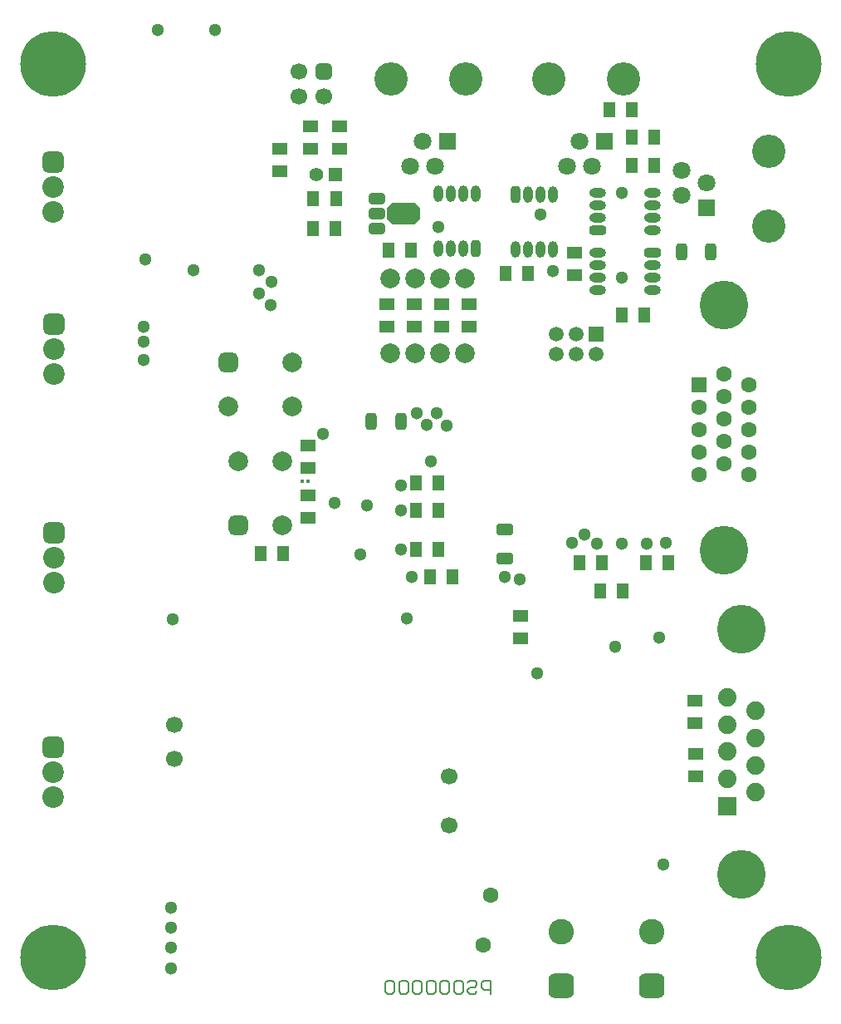
<source format=gbs>
G04 Layer_Color=16711935*
%FSLAX44Y44*%
%MOMM*%
G71*
G01*
G75*
%ADD33C,0.2000*%
%ADD45C,1.4000*%
%ADD47C,1.8000*%
%ADD50C,1.5000*%
%ADD51C,1.6000*%
%ADD58C,1.3000*%
%ADD71R,0.3000X0.3000*%
%ADD80R,1.5000X1.3000*%
%ADD81R,1.3000X1.5000*%
G04:AMPARAMS|DCode=82|XSize=1.2mm|YSize=1.72mm|CornerRadius=0.35mm|HoleSize=0mm|Usage=FLASHONLY|Rotation=270.000|XOffset=0mm|YOffset=0mm|HoleType=Round|Shape=RoundedRectangle|*
%AMROUNDEDRECTD82*
21,1,1.2000,1.0200,0,0,270.0*
21,1,0.5000,1.7200,0,0,270.0*
1,1,0.7000,-0.5100,-0.2500*
1,1,0.7000,-0.5100,0.2500*
1,1,0.7000,0.5100,0.2500*
1,1,0.7000,0.5100,-0.2500*
%
%ADD82ROUNDEDRECTD82*%
G04:AMPARAMS|DCode=95|XSize=1.2mm|YSize=1.72mm|CornerRadius=0.35mm|HoleSize=0mm|Usage=FLASHONLY|Rotation=180.000|XOffset=0mm|YOffset=0mm|HoleType=Round|Shape=RoundedRectangle|*
%AMROUNDEDRECTD95*
21,1,1.2000,1.0200,0,0,180.0*
21,1,0.5000,1.7200,0,0,180.0*
1,1,0.7000,-0.2500,0.5100*
1,1,0.7000,0.2500,0.5100*
1,1,0.7000,0.2500,-0.5100*
1,1,0.7000,-0.2500,-0.5100*
%
%ADD95ROUNDEDRECTD95*%
%ADD98O,1.7000X0.9600*%
G04:AMPARAMS|DCode=99|XSize=0.96mm|YSize=1.7mm|CornerRadius=0.29mm|HoleSize=0mm|Usage=FLASHONLY|Rotation=270.000|XOffset=0mm|YOffset=0mm|HoleType=Round|Shape=RoundedRectangle|*
%AMROUNDEDRECTD99*
21,1,0.9600,1.1200,0,0,270.0*
21,1,0.3800,1.7000,0,0,270.0*
1,1,0.5800,-0.5600,-0.1900*
1,1,0.5800,-0.5600,0.1900*
1,1,0.5800,0.5600,0.1900*
1,1,0.5800,0.5600,-0.1900*
%
%ADD99ROUNDEDRECTD99*%
%ADD100C,2.6000*%
G04:AMPARAMS|DCode=101|XSize=2.6mm|YSize=2.6mm|CornerRadius=0.7mm|HoleSize=0mm|Usage=FLASHONLY|Rotation=0.000|XOffset=0mm|YOffset=0mm|HoleType=Round|Shape=RoundedRectangle|*
%AMROUNDEDRECTD101*
21,1,2.6000,1.2000,0,0,0.0*
21,1,1.2000,2.6000,0,0,0.0*
1,1,1.4000,0.6000,-0.6000*
1,1,1.4000,-0.6000,-0.6000*
1,1,1.4000,-0.6000,0.6000*
1,1,1.4000,0.6000,0.6000*
%
%ADD101ROUNDEDRECTD101*%
%ADD102C,2.2000*%
G04:AMPARAMS|DCode=103|XSize=2.2mm|YSize=2.2mm|CornerRadius=0.6mm|HoleSize=0mm|Usage=FLASHONLY|Rotation=0.000|XOffset=0mm|YOffset=0mm|HoleType=Round|Shape=RoundedRectangle|*
%AMROUNDEDRECTD103*
21,1,2.2000,1.0000,0,0,0.0*
21,1,1.0000,2.2000,0,0,0.0*
1,1,1.2000,0.5000,-0.5000*
1,1,1.2000,-0.5000,-0.5000*
1,1,1.2000,-0.5000,0.5000*
1,1,1.2000,0.5000,0.5000*
%
%ADD103ROUNDEDRECTD103*%
G04:AMPARAMS|DCode=104|XSize=2mm|YSize=2mm|CornerRadius=0.55mm|HoleSize=0mm|Usage=FLASHONLY|Rotation=90.000|XOffset=0mm|YOffset=0mm|HoleType=Round|Shape=RoundedRectangle|*
%AMROUNDEDRECTD104*
21,1,2.0000,0.9000,0,0,90.0*
21,1,0.9000,2.0000,0,0,90.0*
1,1,1.1000,0.4500,0.4500*
1,1,1.1000,0.4500,-0.4500*
1,1,1.1000,-0.4500,-0.4500*
1,1,1.1000,-0.4500,0.4500*
%
%ADD104ROUNDEDRECTD104*%
%ADD105C,2.0000*%
G04:AMPARAMS|DCode=106|XSize=2mm|YSize=2mm|CornerRadius=0.55mm|HoleSize=0mm|Usage=FLASHONLY|Rotation=0.000|XOffset=0mm|YOffset=0mm|HoleType=Round|Shape=RoundedRectangle|*
%AMROUNDEDRECTD106*
21,1,2.0000,0.9000,0,0,0.0*
21,1,0.9000,2.0000,0,0,0.0*
1,1,1.1000,0.4500,-0.4500*
1,1,1.1000,-0.4500,-0.4500*
1,1,1.1000,-0.4500,0.4500*
1,1,1.1000,0.4500,0.4500*
%
%ADD106ROUNDEDRECTD106*%
G04:AMPARAMS|DCode=107|XSize=1.7mm|YSize=1.7mm|CornerRadius=0.475mm|HoleSize=0mm|Usage=FLASHONLY|Rotation=180.000|XOffset=0mm|YOffset=0mm|HoleType=Round|Shape=RoundedRectangle|*
%AMROUNDEDRECTD107*
21,1,1.7000,0.7500,0,0,180.0*
21,1,0.7500,1.7000,0,0,180.0*
1,1,0.9500,-0.3750,0.3750*
1,1,0.9500,0.3750,0.3750*
1,1,0.9500,0.3750,-0.3750*
1,1,0.9500,-0.3750,-0.3750*
%
%ADD107ROUNDEDRECTD107*%
%ADD108C,1.7000*%
%ADD109R,1.8000X1.8000*%
%ADD110C,3.4000*%
%ADD111R,1.4000X1.4000*%
%ADD112C,6.7000*%
%ADD113R,1.5000X1.5000*%
%ADD114C,1.8900*%
%ADD115R,1.8900X1.8900*%
%ADD116C,4.9600*%
%ADD117R,1.8000X1.8000*%
%ADD118C,1.6080*%
%ADD119R,1.6080X1.6080*%
G04:AMPARAMS|DCode=120|XSize=2.2mm|YSize=3.4mm|CornerRadius=0mm|HoleSize=0mm|Usage=FLASHONLY|Rotation=90.000|XOffset=0mm|YOffset=0mm|HoleType=Round|Shape=Octagon|*
%AMOCTAGOND120*
4,1,8,-1.7000,-0.5500,-1.7000,0.5500,-1.1500,1.1000,1.1500,1.1000,1.7000,0.5500,1.7000,-0.5500,1.1500,-1.1000,-1.1500,-1.1000,-1.7000,-0.5500,0.0*
%
%ADD120OCTAGOND120*%

G04:AMPARAMS|DCode=121|XSize=1.2mm|YSize=1.65mm|CornerRadius=0.35mm|HoleSize=0mm|Usage=FLASHONLY|Rotation=90.000|XOffset=0mm|YOffset=0mm|HoleType=Round|Shape=RoundedRectangle|*
%AMROUNDEDRECTD121*
21,1,1.2000,0.9500,0,0,90.0*
21,1,0.5000,1.6500,0,0,90.0*
1,1,0.7000,0.4750,0.2500*
1,1,0.7000,0.4750,-0.2500*
1,1,0.7000,-0.4750,-0.2500*
1,1,0.7000,-0.4750,0.2500*
%
%ADD121ROUNDEDRECTD121*%
G04:AMPARAMS|DCode=122|XSize=0.96mm|YSize=1.7mm|CornerRadius=0.29mm|HoleSize=0mm|Usage=FLASHONLY|Rotation=180.000|XOffset=0mm|YOffset=0mm|HoleType=Round|Shape=RoundedRectangle|*
%AMROUNDEDRECTD122*
21,1,0.9600,1.1200,0,0,180.0*
21,1,0.3800,1.7000,0,0,180.0*
1,1,0.5800,-0.1900,0.5600*
1,1,0.5800,0.1900,0.5600*
1,1,0.5800,0.1900,-0.5600*
1,1,0.5800,-0.1900,-0.5600*
%
%ADD122ROUNDEDRECTD122*%
%ADD123O,0.9600X1.7000*%
D33*
X1426250Y269750D02*
Y283745D01*
X1419252D01*
X1416920Y281413D01*
Y276748D01*
X1419252Y274415D01*
X1426250D01*
X1402924Y281413D02*
X1405257Y283745D01*
X1409922D01*
X1412254Y281413D01*
Y279080D01*
X1409922Y276748D01*
X1405257D01*
X1402924Y274415D01*
Y272083D01*
X1405257Y269750D01*
X1409922D01*
X1412254Y272083D01*
X1398259Y281413D02*
X1395927Y283745D01*
X1391261D01*
X1388929Y281413D01*
Y272083D01*
X1391261Y269750D01*
X1395927D01*
X1398259Y272083D01*
Y281413D01*
X1384264D02*
X1381931Y283745D01*
X1377266D01*
X1374933Y281413D01*
Y272083D01*
X1377266Y269750D01*
X1381931D01*
X1384264Y272083D01*
Y281413D01*
X1370268D02*
X1367935Y283745D01*
X1363270D01*
X1360938Y281413D01*
Y272083D01*
X1363270Y269750D01*
X1367935D01*
X1370268Y272083D01*
Y281413D01*
X1356273D02*
X1353940Y283745D01*
X1349275D01*
X1346942Y281413D01*
Y272083D01*
X1349275Y269750D01*
X1353940D01*
X1356273Y272083D01*
Y281413D01*
X1342277D02*
X1339945Y283745D01*
X1335279D01*
X1332947Y281413D01*
Y272083D01*
X1335279Y269750D01*
X1339945D01*
X1342277Y272083D01*
Y281413D01*
X1328282D02*
X1325949Y283745D01*
X1321284D01*
X1318951Y281413D01*
Y272083D01*
X1321284Y269750D01*
X1325949D01*
X1328282Y272083D01*
Y281413D01*
D45*
X1248222Y1105154D02*
D03*
D47*
X1504442Y1113536D02*
D03*
X1517142Y1138936D02*
D03*
X1529842Y1113536D02*
D03*
X1344168D02*
D03*
X1356868Y1138936D02*
D03*
X1369568Y1113536D02*
D03*
X1621028Y1083818D02*
D03*
X1646428Y1096518D02*
D03*
X1621028Y1109218D02*
D03*
D50*
X1493652Y921832D02*
D03*
Y941832D02*
D03*
X1513652Y921832D02*
D03*
Y941832D02*
D03*
X1533652Y921832D02*
D03*
D51*
X1418500Y319750D02*
D03*
X1426500Y370750D02*
D03*
D58*
X1489964Y1006602D02*
D03*
X1381238Y849108D02*
D03*
X1371600Y861540D02*
D03*
X1350772Y861798D02*
D03*
X1361238Y849578D02*
D03*
X1100328Y358140D02*
D03*
Y337566D02*
D03*
Y316992D02*
D03*
Y296418D02*
D03*
X1559814Y1086358D02*
D03*
X1560068Y999744D02*
D03*
X1477264Y1063752D02*
D03*
X1602232Y402336D02*
D03*
X1522476Y737870D02*
D03*
X1605026Y729488D02*
D03*
X1585976Y729234D02*
D03*
X1535176Y728980D02*
D03*
X1123188Y1007110D02*
D03*
X1072134Y950214D02*
D03*
Y915924D02*
D03*
Y934720D02*
D03*
X1189990Y983488D02*
D03*
X1190244Y1007110D02*
D03*
X1372870Y1051560D02*
D03*
X1341250Y653000D02*
D03*
X1300000Y767500D02*
D03*
X1365504Y812546D02*
D03*
X1509776Y729742D02*
D03*
X1598676Y633476D02*
D03*
X1560576Y728472D02*
D03*
X1440688Y695198D02*
D03*
X1456238Y692602D02*
D03*
X1346238Y694982D02*
D03*
X1335024Y762856D02*
D03*
X1334718Y787856D02*
D03*
X1334750Y722856D02*
D03*
X1086866Y1251712D02*
D03*
X1145540Y1251662D02*
D03*
X1102106Y651510D02*
D03*
X1255014Y840232D02*
D03*
X1266952Y770636D02*
D03*
X1074420Y1018032D02*
D03*
X1553500Y624250D02*
D03*
X1473750Y596750D02*
D03*
X1293856Y717856D02*
D03*
X1202500Y995426D02*
D03*
X1202250Y972058D02*
D03*
D71*
X1234146Y792432D02*
D03*
X1240396D02*
D03*
D80*
X1456500Y632250D02*
D03*
Y655250D02*
D03*
X1511554Y1025468D02*
D03*
Y1002468D02*
D03*
X1376426Y972890D02*
D03*
Y949890D02*
D03*
X1211072Y1107878D02*
D03*
Y1130878D02*
D03*
X1242568Y1130738D02*
D03*
Y1153738D02*
D03*
X1272286Y1130738D02*
D03*
Y1153738D02*
D03*
X1404112Y972890D02*
D03*
Y949890D02*
D03*
X1320800Y972890D02*
D03*
Y949890D02*
D03*
X1240536Y828618D02*
D03*
Y805618D02*
D03*
Y755072D02*
D03*
Y778072D02*
D03*
X1348740Y972890D02*
D03*
Y949890D02*
D03*
X1634998Y568776D02*
D03*
Y545776D02*
D03*
X1635252Y491420D02*
D03*
Y514420D02*
D03*
D81*
X1245500Y1080000D02*
D03*
X1268500Y1080000D02*
D03*
X1582744Y961898D02*
D03*
X1559744D02*
D03*
X1322508Y1027430D02*
D03*
X1345508D02*
D03*
X1547552Y1170432D02*
D03*
X1570552D02*
D03*
X1373194Y763016D02*
D03*
X1350194D02*
D03*
X1373448Y790702D02*
D03*
X1350448D02*
D03*
X1387164Y695198D02*
D03*
X1364164D02*
D03*
X1372940Y722884D02*
D03*
X1349940D02*
D03*
X1441634Y1004062D02*
D03*
X1464634D02*
D03*
X1245292Y1050036D02*
D03*
X1268292D02*
D03*
X1570412Y1113790D02*
D03*
X1593412D02*
D03*
X1538000Y680500D02*
D03*
X1561000D02*
D03*
X1593412Y1143000D02*
D03*
X1570412D02*
D03*
X1517072Y709168D02*
D03*
X1540072D02*
D03*
X1584636D02*
D03*
X1607636D02*
D03*
X1191698Y718566D02*
D03*
X1214698D02*
D03*
D82*
X1441196Y743472D02*
D03*
Y713472D02*
D03*
D95*
X1621000Y1026000D02*
D03*
X1651000D02*
D03*
X1334784Y853694D02*
D03*
X1304784D02*
D03*
D98*
X1535684Y1060958D02*
D03*
Y1073658D02*
D03*
Y1086358D02*
D03*
X1591564D02*
D03*
Y1073658D02*
D03*
Y1060958D02*
D03*
Y1048258D02*
D03*
Y1012698D02*
D03*
Y999998D02*
D03*
Y987298D02*
D03*
X1535684D02*
D03*
Y999998D02*
D03*
Y1012698D02*
D03*
Y1025398D02*
D03*
D99*
Y1048258D02*
D03*
X1591564Y1025398D02*
D03*
D100*
X1498092Y333638D02*
D03*
X1590548Y333638D02*
D03*
D101*
X1498092Y278638D02*
D03*
X1590548D02*
D03*
D102*
X980440Y495756D02*
D03*
Y470408D02*
D03*
X981202Y714196D02*
D03*
Y688848D02*
D03*
X980694Y927048D02*
D03*
Y901700D02*
D03*
X980440Y1092148D02*
D03*
Y1066800D02*
D03*
D103*
Y521104D02*
D03*
X981202Y739544D02*
D03*
X980694Y952396D02*
D03*
X980440Y1117496D02*
D03*
D104*
X1169268Y747788D02*
D03*
D105*
X1214268D02*
D03*
X1169268Y812788D02*
D03*
X1214268D02*
D03*
X1158760Y868532D02*
D03*
X1223760Y913532D02*
D03*
Y868532D02*
D03*
X1400556Y999236D02*
D03*
Y923036D02*
D03*
X1375156Y999236D02*
D03*
Y923036D02*
D03*
X1349756D02*
D03*
X1324356D02*
D03*
X1349756Y999236D02*
D03*
X1324356D02*
D03*
D106*
X1158760Y913532D02*
D03*
D107*
X1256030Y1209802D02*
D03*
D108*
X1230630Y1184402D02*
D03*
X1256030D02*
D03*
X1230630Y1209802D02*
D03*
X1384300Y441744D02*
D03*
Y491744D02*
D03*
X1103630Y509652D02*
D03*
X1103884Y544652D02*
D03*
D109*
X1542542Y1138936D02*
D03*
X1382268D02*
D03*
D110*
X1485392Y1202436D02*
D03*
X1561592D02*
D03*
X1325118D02*
D03*
X1401318D02*
D03*
X1709928Y1052068D02*
D03*
Y1128268D02*
D03*
D111*
X1268222Y1105154D02*
D03*
D112*
X980194Y307006D02*
D03*
X979940Y1216994D02*
D03*
X1730222Y307006D02*
D03*
X1730210Y1217060D02*
D03*
D113*
X1533652Y941832D02*
D03*
D114*
X1667784Y572290D02*
D03*
Y544590D02*
D03*
Y489190D02*
D03*
Y516890D02*
D03*
X1696184Y475340D02*
D03*
Y503040D02*
D03*
Y530740D02*
D03*
Y558440D02*
D03*
D115*
X1667784Y461490D02*
D03*
D116*
X1681984Y391940D02*
D03*
Y641840D02*
D03*
X1663954Y721868D02*
D03*
Y972058D02*
D03*
D117*
X1646428Y1071118D02*
D03*
D118*
X1689354Y798939D02*
D03*
Y821799D02*
D03*
Y844659D02*
D03*
Y867519D02*
D03*
Y890379D02*
D03*
X1663954Y810369D02*
D03*
Y833229D02*
D03*
Y856089D02*
D03*
Y878949D02*
D03*
Y901809D02*
D03*
X1638554Y798939D02*
D03*
Y821799D02*
D03*
Y844659D02*
D03*
Y867519D02*
D03*
D119*
Y890379D02*
D03*
D120*
X1337606Y1065022D02*
D03*
D121*
X1310106Y1080022D02*
D03*
Y1065022D02*
D03*
Y1050022D02*
D03*
D122*
X1451864Y1084326D02*
D03*
X1410970Y1029716D02*
D03*
D123*
X1464564Y1084326D02*
D03*
X1477264D02*
D03*
X1489964D02*
D03*
Y1028446D02*
D03*
X1477264D02*
D03*
X1464564D02*
D03*
X1451864D02*
D03*
X1398270Y1029716D02*
D03*
X1385570D02*
D03*
X1372870D02*
D03*
Y1085596D02*
D03*
X1385570D02*
D03*
X1398270D02*
D03*
X1410970D02*
D03*
M02*

</source>
